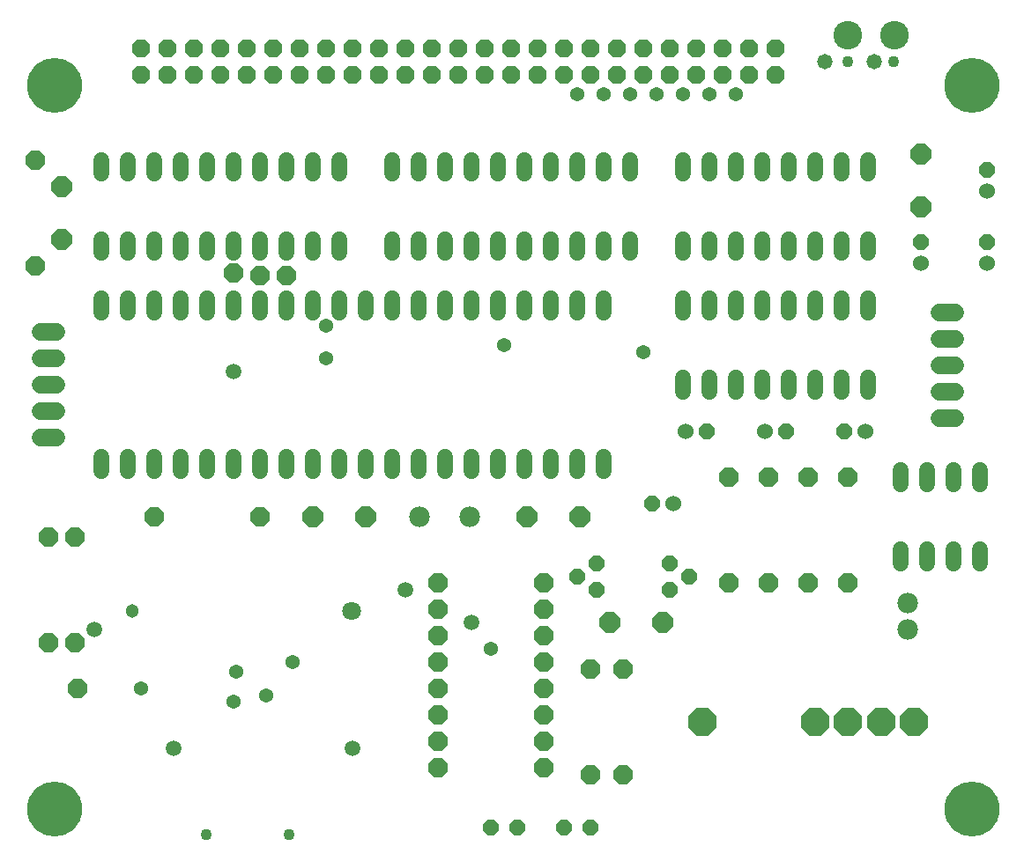
<source format=gbs>
G04 EAGLE Gerber RS-274X export*
G75*
%MOMM*%
%FSLAX34Y34*%
%LPD*%
%INBottom Soldermask*%
%IPPOS*%
%AMOC8*
5,1,8,0,0,1.08239X$1,22.5*%
G01*
%ADD10P,1.869504X8X202.500000*%
%ADD11C,1.524000*%
%ADD12C,1.981200*%
%ADD13P,2.969212X8X292.500000*%
%ADD14P,2.034460X8X292.500000*%
%ADD15C,1.303200*%
%ADD16C,1.803200*%
%ADD17P,2.034460X8X112.500000*%
%ADD18P,2.034460X8X202.500000*%
%ADD19P,2.034460X8X22.500000*%
%ADD20P,1.649562X8X292.500000*%
%ADD21P,1.649562X8X112.500000*%
%ADD22C,1.524000*%
%ADD23P,1.649562X8X22.500000*%
%ADD24P,1.649562X8X202.500000*%
%ADD25C,1.727200*%
%ADD26P,2.144431X8X112.500000*%
%ADD27P,2.144431X8X22.500000*%
%ADD28P,2.144431X8X202.500000*%
%ADD29P,2.006968X8X22.500000*%
%ADD30C,1.103200*%
%ADD31C,2.743200*%
%ADD32C,1.092200*%
%ADD33C,1.511200*%
%ADD34C,1.473200*%
%ADD35C,1.371600*%
%ADD36C,5.283200*%


D10*
X730250Y774700D03*
X730250Y749300D03*
X704850Y774700D03*
X704850Y749300D03*
X679450Y774700D03*
X679450Y749300D03*
X654050Y774700D03*
X654050Y749300D03*
X628650Y774700D03*
X628650Y749300D03*
X603250Y774700D03*
X603250Y749300D03*
X577850Y774700D03*
X577850Y749300D03*
X552450Y774700D03*
X552450Y749300D03*
X527050Y774700D03*
X527050Y749300D03*
X501650Y774700D03*
X501650Y749300D03*
X476250Y774700D03*
X476250Y749300D03*
X450850Y774700D03*
X450850Y749300D03*
X425450Y774700D03*
X425450Y749300D03*
X400050Y774700D03*
X400050Y749300D03*
X374650Y774700D03*
X374650Y749300D03*
X349250Y774700D03*
X349250Y749300D03*
X323850Y774700D03*
X323850Y749300D03*
X298450Y774700D03*
X298450Y749300D03*
X273050Y774700D03*
X273050Y749300D03*
X247650Y774700D03*
X247650Y749300D03*
X222250Y749300D03*
X222250Y774700D03*
X196850Y774700D03*
X171450Y774700D03*
X146050Y774700D03*
X146050Y749300D03*
X171450Y749300D03*
X196850Y749300D03*
X120650Y749300D03*
X120650Y774700D03*
D11*
X311150Y667004D02*
X311150Y653796D01*
X285750Y653796D02*
X285750Y667004D01*
X260350Y667004D02*
X260350Y653796D01*
X234950Y653796D02*
X234950Y667004D01*
X209550Y667004D02*
X209550Y653796D01*
X184150Y653796D02*
X184150Y667004D01*
X158750Y667004D02*
X158750Y653796D01*
X133350Y653796D02*
X133350Y667004D01*
X107950Y667004D02*
X107950Y653796D01*
X82550Y653796D02*
X82550Y667004D01*
X82550Y590804D02*
X82550Y577596D01*
X107950Y577596D02*
X107950Y590804D01*
X133350Y590804D02*
X133350Y577596D01*
X158750Y577596D02*
X158750Y590804D01*
X184150Y590804D02*
X184150Y577596D01*
X209550Y577596D02*
X209550Y590804D01*
X234950Y590804D02*
X234950Y577596D01*
X260350Y577596D02*
X260350Y590804D01*
X285750Y590804D02*
X285750Y577596D01*
X311150Y577596D02*
X311150Y590804D01*
X590550Y653796D02*
X590550Y667004D01*
X565150Y667004D02*
X565150Y653796D01*
X438150Y653796D02*
X438150Y667004D01*
X412750Y667004D02*
X412750Y653796D01*
X539750Y653796D02*
X539750Y667004D01*
X514350Y667004D02*
X514350Y653796D01*
X463550Y653796D02*
X463550Y667004D01*
X488950Y667004D02*
X488950Y653796D01*
X387350Y653796D02*
X387350Y667004D01*
X361950Y667004D02*
X361950Y653796D01*
X361950Y590804D02*
X361950Y577596D01*
X387350Y577596D02*
X387350Y590804D01*
X412750Y590804D02*
X412750Y577596D01*
X438150Y577596D02*
X438150Y590804D01*
X463550Y590804D02*
X463550Y577596D01*
X488950Y577596D02*
X488950Y590804D01*
X514350Y590804D02*
X514350Y577596D01*
X539750Y577596D02*
X539750Y590804D01*
X565150Y590804D02*
X565150Y577596D01*
X590550Y577596D02*
X590550Y590804D01*
X819150Y653796D02*
X819150Y667004D01*
X793750Y667004D02*
X793750Y653796D01*
X666750Y653796D02*
X666750Y667004D01*
X641350Y667004D02*
X641350Y653796D01*
X768350Y653796D02*
X768350Y667004D01*
X742950Y667004D02*
X742950Y653796D01*
X692150Y653796D02*
X692150Y667004D01*
X717550Y667004D02*
X717550Y653796D01*
X641350Y590804D02*
X641350Y577596D01*
X666750Y577596D02*
X666750Y590804D01*
X692150Y590804D02*
X692150Y577596D01*
X717550Y577596D02*
X717550Y590804D01*
X742950Y590804D02*
X742950Y577596D01*
X768350Y577596D02*
X768350Y590804D01*
X793750Y590804D02*
X793750Y577596D01*
X819150Y577596D02*
X819150Y590804D01*
X850900Y292354D02*
X850900Y279146D01*
X876300Y279146D02*
X876300Y292354D01*
X876300Y355346D02*
X876300Y368554D01*
X850900Y368554D02*
X850900Y355346D01*
X901700Y292354D02*
X901700Y279146D01*
X927100Y279146D02*
X927100Y292354D01*
X901700Y355346D02*
X901700Y368554D01*
X927100Y368554D02*
X927100Y355346D01*
D12*
X857250Y215900D03*
X857250Y241300D03*
D13*
X863600Y127000D03*
X660400Y127000D03*
X831850Y127000D03*
X800100Y127000D03*
X768350Y127000D03*
D14*
X762000Y361950D03*
X762000Y260350D03*
X723900Y361950D03*
X723900Y260350D03*
X800100Y361950D03*
X800100Y260350D03*
D15*
X112600Y233000D03*
D16*
X323600Y233000D03*
D17*
X31750Y203200D03*
X31750Y304800D03*
X57150Y203200D03*
X57150Y304800D03*
D18*
X508000Y234950D03*
X406400Y234950D03*
X508000Y107950D03*
X406400Y107950D03*
X508000Y158750D03*
X406400Y158750D03*
D19*
X406400Y82550D03*
X508000Y82550D03*
X133350Y323850D03*
X234950Y323850D03*
X406400Y260350D03*
X508000Y260350D03*
X406400Y184150D03*
X508000Y184150D03*
X406400Y133350D03*
X508000Y133350D03*
X406400Y209550D03*
X508000Y209550D03*
D20*
X628650Y279400D03*
X647700Y266700D03*
X628650Y254000D03*
D14*
X685800Y361950D03*
X685800Y260350D03*
D11*
X819150Y520446D02*
X819150Y533654D01*
X793750Y533654D02*
X793750Y520446D01*
X768350Y520446D02*
X768350Y533654D01*
X742950Y533654D02*
X742950Y520446D01*
X717550Y520446D02*
X717550Y533654D01*
X692150Y533654D02*
X692150Y520446D01*
X666750Y520446D02*
X666750Y533654D01*
X641350Y533654D02*
X641350Y520446D01*
X641350Y457454D02*
X641350Y444246D01*
X666750Y444246D02*
X666750Y457454D01*
X692150Y457454D02*
X692150Y444246D01*
X717550Y444246D02*
X717550Y457454D01*
X742950Y457454D02*
X742950Y444246D01*
X768350Y444246D02*
X768350Y457454D01*
X793750Y457454D02*
X793750Y444246D01*
X819150Y444246D02*
X819150Y457454D01*
D21*
X933450Y588010D03*
D22*
X933450Y567690D03*
D21*
X869950Y588010D03*
D22*
X869950Y567690D03*
D23*
X740410Y406400D03*
D22*
X720090Y406400D03*
D23*
X664210Y406400D03*
D22*
X643890Y406400D03*
D24*
X796290Y406400D03*
D22*
X816610Y406400D03*
D25*
X887730Y520700D02*
X902970Y520700D01*
X902970Y495300D02*
X887730Y495300D01*
X887730Y469900D02*
X902970Y469900D01*
X902970Y444500D02*
X887730Y444500D01*
X887730Y419100D02*
X902970Y419100D01*
D23*
X457200Y25400D03*
X482600Y25400D03*
X527050Y25400D03*
X552450Y25400D03*
D17*
X584200Y76200D03*
X584200Y177800D03*
X552450Y76200D03*
X552450Y177800D03*
D26*
X44450Y590550D03*
X44450Y641350D03*
D21*
X933450Y657860D03*
D22*
X933450Y637540D03*
D26*
X869950Y622300D03*
X869950Y673100D03*
D24*
X612140Y336550D03*
D22*
X632460Y336550D03*
D27*
X571500Y222250D03*
X622300Y222250D03*
D11*
X82550Y368046D02*
X82550Y381254D01*
X107950Y381254D02*
X107950Y368046D01*
X133350Y368046D02*
X133350Y381254D01*
X158750Y381254D02*
X158750Y368046D01*
X184150Y368046D02*
X184150Y381254D01*
X209550Y381254D02*
X209550Y368046D01*
X234950Y368046D02*
X234950Y381254D01*
X260350Y381254D02*
X260350Y368046D01*
X285750Y368046D02*
X285750Y381254D01*
X311150Y381254D02*
X311150Y368046D01*
X336550Y368046D02*
X336550Y381254D01*
X361950Y381254D02*
X361950Y368046D01*
X387350Y368046D02*
X387350Y381254D01*
X412750Y381254D02*
X412750Y368046D01*
X438150Y368046D02*
X438150Y381254D01*
X463550Y381254D02*
X463550Y368046D01*
X488950Y368046D02*
X488950Y381254D01*
X514350Y381254D02*
X514350Y368046D01*
X539750Y368046D02*
X539750Y381254D01*
X565150Y381254D02*
X565150Y368046D01*
X565150Y520446D02*
X565150Y533654D01*
X539750Y533654D02*
X539750Y520446D01*
X514350Y520446D02*
X514350Y533654D01*
X488950Y533654D02*
X488950Y520446D01*
X463550Y520446D02*
X463550Y533654D01*
X438150Y533654D02*
X438150Y520446D01*
X412750Y520446D02*
X412750Y533654D01*
X387350Y533654D02*
X387350Y520446D01*
X361950Y520446D02*
X361950Y533654D01*
X336550Y533654D02*
X336550Y520446D01*
X311150Y520446D02*
X311150Y533654D01*
X285750Y533654D02*
X285750Y520446D01*
X260350Y520446D02*
X260350Y533654D01*
X234950Y533654D02*
X234950Y520446D01*
X209550Y520446D02*
X209550Y533654D01*
X184150Y533654D02*
X184150Y520446D01*
X158750Y520446D02*
X158750Y533654D01*
X133350Y533654D02*
X133350Y520446D01*
X107950Y520446D02*
X107950Y533654D01*
X82550Y533654D02*
X82550Y520446D01*
D25*
X39370Y501650D02*
X24130Y501650D01*
X24130Y476250D02*
X39370Y476250D01*
X39370Y450850D02*
X24130Y450850D01*
X24130Y425450D02*
X39370Y425450D01*
X39370Y400050D02*
X24130Y400050D01*
D17*
X19050Y565150D03*
X19050Y666750D03*
D27*
X285750Y323850D03*
X336550Y323850D03*
D28*
X542925Y323850D03*
X492125Y323850D03*
D12*
X388620Y323850D03*
X436880Y323850D03*
D21*
X558800Y254000D03*
X539750Y266700D03*
X558800Y279400D03*
D29*
X209550Y558800D03*
X234950Y555625D03*
X260350Y555625D03*
X60325Y158750D03*
D30*
X844325Y762000D03*
X800325Y762000D03*
D31*
X844550Y787400D03*
X800100Y787400D03*
D32*
X183550Y18000D03*
X263550Y18000D03*
D33*
X374650Y254000D03*
D34*
X777875Y762000D03*
D33*
X323850Y101600D03*
X152090Y101600D03*
X76200Y215900D03*
D35*
X692150Y730250D03*
X666750Y730250D03*
X641350Y730250D03*
X615950Y730250D03*
X590550Y730250D03*
X565150Y730250D03*
X539750Y730250D03*
X298450Y476250D03*
X298450Y508000D03*
D33*
X209550Y463550D03*
D34*
X825500Y762000D03*
D35*
X469900Y488950D03*
X603250Y482600D03*
X241300Y152400D03*
X266700Y184150D03*
X209550Y146050D03*
X212725Y174625D03*
D33*
X438150Y222250D03*
D35*
X457200Y196850D03*
X120650Y158750D03*
D36*
X38100Y43180D03*
X38100Y738505D03*
X919480Y43180D03*
X919480Y738505D03*
M02*

</source>
